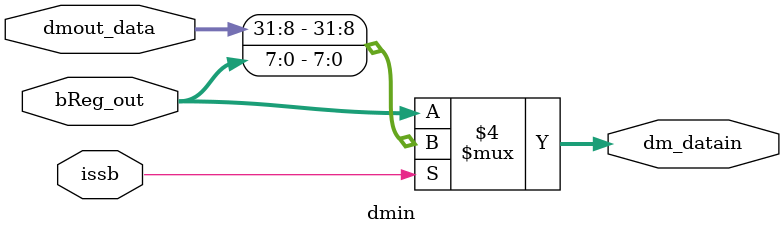
<source format=v>
module dmin(bReg_out, dmout_data, issb, dm_datain);
  input [31:0] bReg_out;
  input [31:0] dmout_data;
  input issb;
  output reg [31:0] dm_datain;
  
  always@(*)
  begin
    if(issb == 1)
      begin
        dm_datain = {{24{dmout_data[31:8]}}, bReg_out[7:0]};
      end
    else
      begin
        dm_datain = bReg_out;
      end
  end
  
endmodule


</source>
